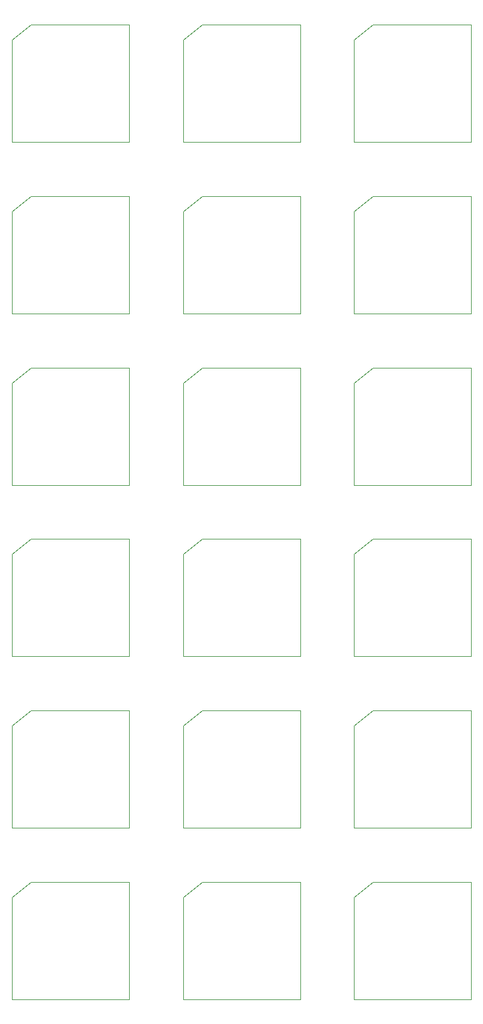
<source format=gbr>
G04 #@! TF.GenerationSoftware,KiCad,Pcbnew,(5.1.7)-1*
G04 #@! TF.CreationDate,2023-03-06T19:58:32+00:00*
G04 #@! TF.ProjectId,KOSMO-POLY6-JACKS,4b4f534d-4f2d-4504-9f4c-59362d4a4143,V0.1.0*
G04 #@! TF.SameCoordinates,Original*
G04 #@! TF.FileFunction,OtherDrawing,Comment*
%FSLAX46Y46*%
G04 Gerber Fmt 4.6, Leading zero omitted, Abs format (unit mm)*
G04 Created by KiCad (PCBNEW (5.1.7)-1) date 2023-03-06 19:58:32*
%MOMM*%
%LPD*%
G01*
G04 APERTURE LIST*
%ADD10C,0.120000*%
G04 APERTURE END LIST*
D10*
X127749000Y-181301000D02*
X112001000Y-181301000D01*
X112001000Y-181301000D02*
X112001000Y-168601000D01*
X112001000Y-168601000D02*
X112001000Y-167585000D01*
X112001000Y-167585000D02*
X114541000Y-165553000D01*
X114541000Y-165553000D02*
X127749000Y-165553000D01*
X127749000Y-165553000D02*
X127749000Y-181301000D01*
X173749000Y-142553000D02*
X173749000Y-158301000D01*
X160541000Y-142553000D02*
X173749000Y-142553000D01*
X158001000Y-144585000D02*
X160541000Y-142553000D01*
X158001000Y-145601000D02*
X158001000Y-144585000D01*
X158001000Y-158301000D02*
X158001000Y-145601000D01*
X173749000Y-158301000D02*
X158001000Y-158301000D01*
X150749000Y-142553000D02*
X150749000Y-158301000D01*
X137541000Y-142553000D02*
X150749000Y-142553000D01*
X135001000Y-144585000D02*
X137541000Y-142553000D01*
X135001000Y-145601000D02*
X135001000Y-144585000D01*
X135001000Y-158301000D02*
X135001000Y-145601000D01*
X150749000Y-158301000D02*
X135001000Y-158301000D01*
X127749000Y-158301000D02*
X112001000Y-158301000D01*
X112001000Y-158301000D02*
X112001000Y-145601000D01*
X112001000Y-145601000D02*
X112001000Y-144585000D01*
X112001000Y-144585000D02*
X114541000Y-142553000D01*
X114541000Y-142553000D02*
X127749000Y-142553000D01*
X127749000Y-142553000D02*
X127749000Y-158301000D01*
X173749000Y-165553000D02*
X173749000Y-181301000D01*
X160541000Y-165553000D02*
X173749000Y-165553000D01*
X158001000Y-167585000D02*
X160541000Y-165553000D01*
X158001000Y-168601000D02*
X158001000Y-167585000D01*
X158001000Y-181301000D02*
X158001000Y-168601000D01*
X173749000Y-181301000D02*
X158001000Y-181301000D01*
X173749000Y-135301000D02*
X158001000Y-135301000D01*
X158001000Y-135301000D02*
X158001000Y-122601000D01*
X158001000Y-122601000D02*
X158001000Y-121585000D01*
X158001000Y-121585000D02*
X160541000Y-119553000D01*
X160541000Y-119553000D02*
X173749000Y-119553000D01*
X173749000Y-119553000D02*
X173749000Y-135301000D01*
X150749000Y-181301000D02*
X135001000Y-181301000D01*
X135001000Y-181301000D02*
X135001000Y-168601000D01*
X135001000Y-168601000D02*
X135001000Y-167585000D01*
X135001000Y-167585000D02*
X137541000Y-165553000D01*
X137541000Y-165553000D02*
X150749000Y-165553000D01*
X150749000Y-165553000D02*
X150749000Y-181301000D01*
X150749000Y-119553000D02*
X150749000Y-135301000D01*
X137541000Y-119553000D02*
X150749000Y-119553000D01*
X135001000Y-121585000D02*
X137541000Y-119553000D01*
X135001000Y-122601000D02*
X135001000Y-121585000D01*
X135001000Y-135301000D02*
X135001000Y-122601000D01*
X150749000Y-135301000D02*
X135001000Y-135301000D01*
X127749000Y-135301000D02*
X112001000Y-135301000D01*
X112001000Y-135301000D02*
X112001000Y-122601000D01*
X112001000Y-122601000D02*
X112001000Y-121585000D01*
X112001000Y-121585000D02*
X114541000Y-119553000D01*
X114541000Y-119553000D02*
X127749000Y-119553000D01*
X127749000Y-119553000D02*
X127749000Y-135301000D01*
X127749000Y-96553000D02*
X127749000Y-112301000D01*
X114541000Y-96553000D02*
X127749000Y-96553000D01*
X112001000Y-98585000D02*
X114541000Y-96553000D01*
X112001000Y-99601000D02*
X112001000Y-98585000D01*
X112001000Y-112301000D02*
X112001000Y-99601000D01*
X127749000Y-112301000D02*
X112001000Y-112301000D01*
X173749000Y-96553000D02*
X173749000Y-112301000D01*
X160541000Y-96553000D02*
X173749000Y-96553000D01*
X158001000Y-98585000D02*
X160541000Y-96553000D01*
X158001000Y-99601000D02*
X158001000Y-98585000D01*
X158001000Y-112301000D02*
X158001000Y-99601000D01*
X173749000Y-112301000D02*
X158001000Y-112301000D01*
X150749000Y-112301000D02*
X135001000Y-112301000D01*
X135001000Y-112301000D02*
X135001000Y-99601000D01*
X135001000Y-99601000D02*
X135001000Y-98585000D01*
X135001000Y-98585000D02*
X137541000Y-96553000D01*
X137541000Y-96553000D02*
X150749000Y-96553000D01*
X150749000Y-96553000D02*
X150749000Y-112301000D01*
X173749000Y-73553000D02*
X173749000Y-89301000D01*
X160541000Y-73553000D02*
X173749000Y-73553000D01*
X158001000Y-75585000D02*
X160541000Y-73553000D01*
X158001000Y-76601000D02*
X158001000Y-75585000D01*
X158001000Y-89301000D02*
X158001000Y-76601000D01*
X173749000Y-89301000D02*
X158001000Y-89301000D01*
X150749000Y-89301000D02*
X135001000Y-89301000D01*
X135001000Y-89301000D02*
X135001000Y-76601000D01*
X135001000Y-76601000D02*
X135001000Y-75585000D01*
X135001000Y-75585000D02*
X137541000Y-73553000D01*
X137541000Y-73553000D02*
X150749000Y-73553000D01*
X150749000Y-73553000D02*
X150749000Y-89301000D01*
X127749000Y-73553000D02*
X127749000Y-89301000D01*
X114541000Y-73553000D02*
X127749000Y-73553000D01*
X112001000Y-75585000D02*
X114541000Y-73553000D01*
X112001000Y-76601000D02*
X112001000Y-75585000D01*
X112001000Y-89301000D02*
X112001000Y-76601000D01*
X127749000Y-89301000D02*
X112001000Y-89301000D01*
X173749000Y-66301000D02*
X158001000Y-66301000D01*
X158001000Y-66301000D02*
X158001000Y-53601000D01*
X158001000Y-53601000D02*
X158001000Y-52585000D01*
X158001000Y-52585000D02*
X160541000Y-50553000D01*
X160541000Y-50553000D02*
X173749000Y-50553000D01*
X173749000Y-50553000D02*
X173749000Y-66301000D01*
X150749000Y-50553000D02*
X150749000Y-66301000D01*
X137541000Y-50553000D02*
X150749000Y-50553000D01*
X135001000Y-52585000D02*
X137541000Y-50553000D01*
X135001000Y-53601000D02*
X135001000Y-52585000D01*
X135001000Y-66301000D02*
X135001000Y-53601000D01*
X150749000Y-66301000D02*
X135001000Y-66301000D01*
X127749000Y-66301000D02*
X112001000Y-66301000D01*
X112001000Y-66301000D02*
X112001000Y-53601000D01*
X112001000Y-53601000D02*
X112001000Y-52585000D01*
X112001000Y-52585000D02*
X114541000Y-50553000D01*
X114541000Y-50553000D02*
X127749000Y-50553000D01*
X127749000Y-50553000D02*
X127749000Y-66301000D01*
M02*

</source>
